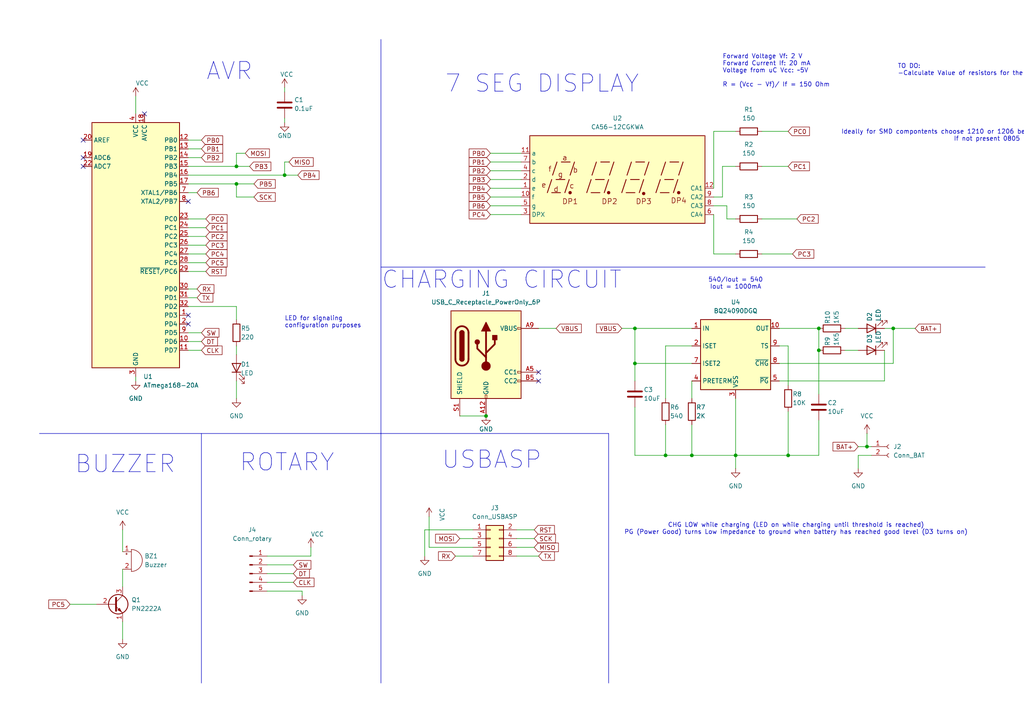
<source format=kicad_sch>
(kicad_sch (version 20231120) (generator "eeschema") (generator_version "8.0")
  (paper "A4")
  (title_block (title "Pizza clock") (date "2025-01-25") (rev "v2") (comment 4 "Author: Lucas Canete"))
  (lib_symbols
    (symbol "Battery_Management:BQ24090DGQ"
      (property "Reference" "U" (at -9.398 13.462 0))
      (property "Value" "BQ24090DGQ" (at -3.81 11.43 0))
      (symbol "BQ24090DGQ_0_1"
        (rectangle (start -10.16 10.16) (end 10.16 -10.16) (stroke (width 0.254)) (fill (type background)))
      )
      (symbol "BQ24090DGQ_1_1"
        (pin power_in line (at -12.7 7.62 0) (length 2.54) (name "IN") (number "1"))
        (pin power_out line (at 12.7 7.62 180) (length 2.54) (name "OUT") (number "10"))
        (pin passive line (at 0 -12.7 90) (length 2.54) hide (name "VSS") (number "11"))
        (pin passive line (at -12.7 2.54 0) (length 2.54) (name "ISET") (number "2"))
        (pin power_in line (at 0 -12.7 90) (length 2.54) (name "VSS") (number "3"))
        (pin passive line (at -12.7 -7.62 0) (length 2.54) (name "PRETERM") (number "4"))
        (pin open_collector line (at 12.7 -7.62 180) (length 2.54) (name "~{PG}") (number "5"))
        (pin no_connect line (at 5.08 -10.16 90) (length 2.54) hide (name "NC") (number "6"))
        (pin passive line (at -12.7 -2.54 0) (length 2.54) (name "ISET2") (number "7"))
        (pin open_collector line (at 12.7 -2.54 180) (length 2.54) (name "~{CHG}") (number "8"))
        (pin passive line (at 12.7 2.54 180) (length 2.54) (name "TS") (number "9"))
      )
    )
    (symbol "Connector:Conn_01x02_Socket" (pin_names (offset 1.016) hide)
      (property "Reference" "J" (at 0 2.54 0))
      (property "Value" "Conn_01x02_Socket" (at 0 -5.08 0))
      (symbol "Conn_01x02_Socket_1_1"
        (arc (start 0 -2.032) (mid -0.5058 -2.54) (end 0 -3.048) (stroke (width 0.1524)))
        (polyline (pts (xy -1.27 -2.54) (xy -0.508 -2.54)) (stroke (width 0.1524)))
        (polyline (pts (xy -1.27 0) (xy -0.508 0)) (stroke (width 0.1524)))
        (arc (start 0 0.508) (mid -0.5058 0) (end 0 -0.508) (stroke (width 0.1524)))
        (pin passive line (at -5.08 0 0) (length 3.81) (name "Pin_1") (number "1"))
        (pin passive line (at -5.08 -2.54 0) (length 3.81) (name "Pin_2") (number "2"))
      )
    )
    (symbol "Connector:Conn_01x05_Pin" (pin_names (offset 1.016) hide)
      (property "Reference" "J" (at 0 7.62 0))
      (property "Value" "Conn_01x05_Pin" (at 0 -7.62 0))
      (symbol "Conn_01x05_Pin_1_1"
        (polyline (pts (xy 1.27 -5.08) (xy 0.8636 -5.08)) (stroke (width 0.1524)))
        (polyline (pts (xy 1.27 -2.54) (xy 0.8636 -2.54)) (stroke (width 0.1524)))
        (polyline (pts (xy 1.27 0) (xy 0.8636 0)) (stroke (width 0.1524)))
        (polyline (pts (xy 1.27 2.54) (xy 0.8636 2.54)) (stroke (width 0.1524)))
        (polyline (pts (xy 1.27 5.08) (xy 0.8636 5.08)) (stroke (width 0.1524)))
        (rectangle (start 0.8636 -4.953) (end 0 -5.207) (stroke (width 0.1524)) (fill (type outline)))
        (rectangle (start 0.8636 -2.413) (end 0 -2.667) (stroke (width 0.1524)) (fill (type outline)))
        (rectangle (start 0.8636 0.127) (end 0 -0.127) (stroke (width 0.1524)) (fill (type outline)))
        (rectangle (start 0.8636 2.667) (end 0 2.413) (stroke (width 0.1524)) (fill (type outline)))
        (rectangle (start 0.8636 5.207) (end 0 4.953) (stroke (width 0.1524)) (fill (type outline)))
        (pin passive line (at 5.08 5.08 180) (length 3.81) (name "Pin_1") (number "1"))
        (pin passive line (at 5.08 2.54 180) (length 3.81) (name "Pin_2") (number "2"))
        (pin passive line (at 5.08 0 180) (length 3.81) (name "Pin_3") (number "3"))
        (pin passive line (at 5.08 -2.54 180) (length 3.81) (name "Pin_4") (number "4"))
        (pin passive line (at 5.08 -5.08 180) (length 3.81) (name "Pin_5") (number "5"))
      )
    )
    (symbol "Connector:USB_C_Receptacle_PowerOnly_6P" (pin_names (offset 1.016))
      (property "Reference" "J" (at 0 16.51 0))
      (property "Value" "USB_C_Receptacle_PowerOnly_6P" (at 0 13.97 0))
      (symbol "USB_C_Receptacle_PowerOnly_6P_0_0"
        (rectangle (start -0.254 -12.7) (end 0.254 -11.684))
        (rectangle (start 10.16 -7.366) (end 9.144 -7.874))
        (rectangle (start 10.16 -4.826) (end 9.144 -5.334))
        (rectangle (start 10.16 7.874) (end 9.144 7.366))
      )
      (symbol "USB_C_Receptacle_PowerOnly_6P_0_1"
        (rectangle (start -10.16 12.7) (end 10.16 -12.7) (stroke (width 0.254)) (fill (type background)))
        (arc (start -8.89 -1.27) (mid -6.985 -3.1667) (end -5.08 -1.27) (stroke (width 0.508)))
        (arc (start -7.62 -1.27) (mid -6.985 -1.9023) (end -6.35 -1.27) (stroke (width 0.254)))
        (arc (start -7.62 -1.27) (mid -6.985 -1.9023) (end -6.35 -1.27) (stroke (width 0.254)) (fill (type outline)))
        (rectangle (start -7.62 -1.27) (end -6.35 6.35) (stroke (width 0.254)) (fill (type outline)))
        (arc (start -6.35 6.35) (mid -6.985 6.9823) (end -7.62 6.35) (stroke (width 0.254)))
        (arc (start -6.35 6.35) (mid -6.985 6.9823) (end -7.62 6.35) (stroke (width 0.254)) (fill (type outline)))
        (arc (start -5.08 6.35) (mid -6.985 8.2467) (end -8.89 6.35) (stroke (width 0.508)))
        (circle (center -2.54 3.683) (radius 0.635) (stroke (width 0.254)) (fill (type outline)))
        (circle (center 0 -3.302) (radius 1.27) (fill (type outline)))
        (polyline (pts (xy -8.89 -1.27) (xy -8.89 6.35)) (stroke (width 0.508)))
        (polyline (pts (xy -5.08 6.35) (xy -5.08 -1.27)) (stroke (width 0.508)))
        (polyline (pts (xy 0 -3.302) (xy 0 6.858)) (stroke (width 0.508)))
        (polyline (pts (xy 0 -0.762) (xy -2.54 1.778) (xy -2.54 3.048)) (stroke (width 0.508)))
        (polyline (pts (xy 0 0.508) (xy 2.54 3.048) (xy 2.54 4.318)) (stroke (width 0.508)))
        (polyline (pts (xy -1.27 6.858) (xy 0 9.398) (xy 1.27 6.858) (xy -1.27 6.858)) (stroke (width 0.254)) (fill (type outline)))
        (rectangle (start 1.905 4.318) (end 3.175 5.588) (stroke (width 0.254)) (fill (type outline)))
      )
      (symbol "USB_C_Receptacle_PowerOnly_6P_1_1"
        (pin passive line (at 0 -17.78 90) (length 5.08) (name "GND") (number "A12"))
        (pin bidirectional line (at 15.24 -5.08 180) (length 5.08) (name "CC1") (number "A5"))
        (pin passive line (at 15.24 7.62 180) (length 5.08) (name "VBUS") (number "A9"))
        (pin passive line (at 0 -17.78 90) (length 5.08) hide (name "GND") (number "B12"))
        (pin bidirectional line (at 15.24 -7.62 180) (length 5.08) (name "CC2") (number "B5"))
        (pin passive line (at 15.24 7.62 180) (length 5.08) hide (name "VBUS") (number "B9"))
        (pin passive line (at -7.62 -17.78 90) (length 5.08) (name "SHIELD") (number "S1"))
      )
    )
    (symbol "Connector_Generic:Conn_02x04_Odd_Even" (pin_names (offset 1.016) hide)
      (property "Reference" "J" (at 1.27 5.08 0))
      (property "Value" "Conn_02x04_Odd_Even" (at 1.27 -7.62 0))
      (symbol "Conn_02x04_Odd_Even_1_1"
        (rectangle (start -1.27 -4.953) (end 0 -5.207) (stroke (width 0.1524)))
        (rectangle (start -1.27 -2.413) (end 0 -2.667) (stroke (width 0.1524)))
        (rectangle (start -1.27 0.127) (end 0 -0.127) (stroke (width 0.1524)))
        (rectangle (start -1.27 2.667) (end 0 2.413) (stroke (width 0.1524)))
        (rectangle (start -1.27 3.81) (end 3.81 -6.35) (stroke (width 0.254)) (fill (type background)))
        (rectangle (start 3.81 -4.953) (end 2.54 -5.207) (stroke (width 0.1524)))
        (rectangle (start 3.81 -2.413) (end 2.54 -2.667) (stroke (width 0.1524)))
        (rectangle (start 3.81 0.127) (end 2.54 -0.127) (stroke (width 0.1524)))
        (rectangle (start 3.81 2.667) (end 2.54 2.413) (stroke (width 0.1524)))
        (pin passive line (at -5.08 2.54 0) (length 3.81) (name "Pin_1") (number "1"))
        (pin passive line (at 7.62 2.54 180) (length 3.81) (name "Pin_2") (number "2"))
        (pin passive line (at -5.08 0 0) (length 3.81) (name "Pin_3") (number "3"))
        (pin passive line (at 7.62 0 180) (length 3.81) (name "Pin_4") (number "4"))
        (pin passive line (at -5.08 -2.54 0) (length 3.81) (name "Pin_5") (number "5"))
        (pin passive line (at 7.62 -2.54 180) (length 3.81) (name "Pin_6") (number "6"))
        (pin passive line (at -5.08 -5.08 0) (length 3.81) (name "Pin_7") (number "7"))
        (pin passive line (at 7.62 -5.08 180) (length 3.81) (name "Pin_8") (number "8"))
      )
    )
    (symbol "Device:Buzzer" (pin_names (offset 0.0254) hide)
      (property "Reference" "BZ" (at 3.81 1.27 0))
      (property "Value" "Buzzer" (at 3.81 -1.27 0))
      (symbol "Buzzer_0_1"
        (arc (start 0 -3.175) (mid 3.1612 0) (end 0 3.175))
        (polyline (pts (xy -1.651 1.905) (xy -1.143 1.905)))
        (polyline (pts (xy -1.397 2.159) (xy -1.397 1.651)))
        (polyline (pts (xy 0 3.175) (xy 0 -3.175)))
      )
      (symbol "Buzzer_1_1"
        (pin passive line (at -2.54 2.54 0) (length 2.54) (name "-") (number "1"))
        (pin passive line (at -2.54 -2.54 0) (length 2.54) (name "+") (number "2"))
      )
    )
    (symbol "Device:C" (pin_numbers hide) (pin_names (offset 0.254))
      (property "Reference" "C" (at 0.635 2.54 0))
      (property "Value" "C" (at 0.635 -2.54 0))
      (symbol "C_0_1"
        (polyline (pts (xy -2.032 -0.762) (xy 2.032 -0.762)) (stroke (width 0.508)))
        (polyline (pts (xy -2.032 0.762) (xy 2.032 0.762)) (stroke (width 0.508)))
      )
      (symbol "C_1_1"
        (pin passive line (at 0 3.81 270) (length 2.794) (name "~") (number "1"))
        (pin passive line (at 0 -3.81 90) (length 2.794) (name "~") (number "2"))
      )
    )
    (symbol "Device:LED" (pin_numbers hide) (pin_names (offset 1.016) hide)
      (property "Reference" "D" (at 0 2.54 0))
      (property "Value" "LED" (at 0 -2.54 0))
      (symbol "LED_0_1"
        (polyline (pts (xy -1.27 -1.27) (xy -1.27 1.27)) (stroke (width 0.254)))
        (polyline (pts (xy -1.27 0) (xy 1.27 0)))
        (polyline (pts (xy 1.27 -1.27) (xy 1.27 1.27) (xy -1.27 0) (xy 1.27 -1.27)) (stroke (width 0.254)))
        (polyline (pts (xy -3.048 -0.762) (xy -4.572 -2.286) (xy -3.81 -2.286) (xy -4.572 -2.286) (xy -4.572 -1.524)))
        (polyline (pts (xy -1.778 -0.762) (xy -3.302 -2.286) (xy -2.54 -2.286) (xy -3.302 -2.286) (xy -3.302 -1.524)))
      )
      (symbol "LED_1_1"
        (pin passive line (at -3.81 0 0) (length 2.54) (name "K") (number "1"))
        (pin passive line (at 3.81 0 180) (length 2.54) (name "A") (number "2"))
      )
    )
    (symbol "Device:R" (pin_numbers hide) (pin_names (offset 0))
      (property "Reference" "R" (at 2.032 0 90))
      (property "Value" "R" (at 0 0 90))
      (symbol "R_0_1"
        (rectangle (start -1.016 -2.54) (end 1.016 2.54) (stroke (width 0.254)))
      )
      (symbol "R_1_1"
        (pin passive line (at 0 3.81 270) (length 1.27) (name "~") (number "1"))
        (pin passive line (at 0 -3.81 90) (length 1.27) (name "~") (number "2"))
      )
    )
    (symbol "Display_Character:CA56-12CGKWA"
      (property "Reference" "U" (at -24.13 13.97 0))
      (property "Value" "CA56-12CGKWA" (at 17.78 13.97 0))
      (symbol "CA56-12CGKWA_0_0"
        (rectangle (start -25.4 12.7) (end 25.4 -12.7) (stroke (width 0.254)) (fill (type background)))
        (polyline (pts (xy -20.32 -3.81) (xy -19.05 0)) (stroke (width 0.254)))
        (polyline (pts (xy -19.05 -3.81) (xy -16.51 -3.81)) (stroke (width 0.254)))
        (polyline (pts (xy -18.796 1.27) (xy -17.526 5.08)) (stroke (width 0.254)))
        (polyline (pts (xy -17.78 0) (xy -15.24 0)) (stroke (width 0.254)))
        (polyline (pts (xy -16.256 5.08) (xy -13.716 5.08)) (stroke (width 0.254)))
        (polyline (pts (xy -15.24 -3.81) (xy -13.97 0)) (stroke (width 0.254)))
        (polyline (pts (xy -13.716 1.27) (xy -12.446 5.08)) (stroke (width 0.254)))
        (polyline (pts (xy -8.89 -3.81) (xy -7.62 0)) (stroke (width 0.254)))
        (polyline (pts (xy -7.62 -3.81) (xy -5.08 -3.81)) (stroke (width 0.254)))
        (polyline (pts (xy -7.366 1.27) (xy -6.096 5.08)) (stroke (width 0.254)))
        (polyline (pts (xy -6.35 0) (xy -3.81 0)) (stroke (width 0.254)))
        (polyline (pts (xy -4.826 5.08) (xy -2.286 5.08)) (stroke (width 0.254)))
        (polyline (pts (xy -3.81 -3.81) (xy -2.54 0)) (stroke (width 0.254)))
        (polyline (pts (xy -2.286 1.27) (xy -1.016 5.08)) (stroke (width 0.254)))
        (polyline (pts (xy 1.27 -3.81) (xy 2.54 0)) (stroke (width 0.254)))
        (polyline (pts (xy 2.54 -3.81) (xy 5.08 -3.81)) (stroke (width 0.254)))
        (polyline (pts (xy 2.794 1.27) (xy 4.064 5.08)) (stroke (width 0.254)))
        (polyline (pts (xy 3.81 0) (xy 6.35 0)) (stroke (width 0.254)))
        (polyline (pts (xy 5.334 5.08) (xy 7.874 5.08)) (stroke (width 0.254)))
        (polyline (pts (xy 6.35 -3.81) (xy 7.62 0)) (stroke (width 0.254)))
        (polyline (pts (xy 7.874 1.27) (xy 9.144 5.08)) (stroke (width 0.254)))
        (polyline (pts (xy 11.176 -3.81) (xy 12.446 0)) (stroke (width 0.254)))
        (polyline (pts (xy 12.446 -3.81) (xy 14.986 -3.81)) (stroke (width 0.254)))
        (polyline (pts (xy 12.7 1.27) (xy 13.97 5.08)) (stroke (width 0.254)))
        (polyline (pts (xy 13.716 0) (xy 16.256 0)) (stroke (width 0.254)))
        (polyline (pts (xy 15.24 5.08) (xy 17.78 5.08)) (stroke (width 0.254)))
        (polyline (pts (xy 16.256 -3.81) (xy 17.526 0)) (stroke (width 0.254)))
        (polyline (pts (xy 17.78 1.27) (xy 19.05 5.08)) (stroke (width 0.254)))
        (text "a" (at -15.24 6.35 0) (effects (font (size 1.524 1.524))))
        (text "b" (at -12.192 2.794 0) (effects (font (size 1.524 1.524))))
        (text "c" (at -13.208 -1.778 0) (effects (font (size 1.524 1.524))))
        (text "d" (at -17.78 -2.794 0) (effects (font (size 1.524 1.524))))
        (text "DP1" (at -13.716 -6.35 0) (effects (font (size 1.524 1.524))))
        (text "DP2" (at -2.286 -6.35 0) (effects (font (size 1.524 1.524))))
        (text "DP3" (at 7.62 -6.35 0) (effects (font (size 1.524 1.524))))
        (text "DP4" (at 17.78 -6.096 0) (effects (font (size 1.524 1.524))))
        (text "e" (at -21.336 -1.524 0) (effects (font (size 1.524 1.524))))
        (text "f" (at -19.558 3.048 0) (effects (font (size 1.524 1.524))))
        (text "g" (at -16.51 1.524 0) (effects (font (size 1.524 1.524))))
      )
      (symbol "CA56-12CGKWA_0_1"
        (circle (center -13.716 -3.81) (radius 0.3556) (stroke (width 0.254)) (fill (type outline)))
        (circle (center -2.54 -3.81) (radius 0.3556) (stroke (width 0.254)) (fill (type outline)))
      )
      (symbol "CA56-12CGKWA_1_0"
        (circle (center 7.62 -4.064) (radius 0.3556) (stroke (width 0.254)) (fill (type outline)))
        (circle (center 17.78 -3.81) (radius 0.3556) (stroke (width 0.254)) (fill (type outline)))
      )
      (symbol "CA56-12CGKWA_1_1"
        (pin input line (at -27.94 -2.54 0) (length 2.54) (name "e") (number "1"))
        (pin input line (at -27.94 -5.08 0) (length 2.54) (name "f") (number "10"))
        (pin input line (at -27.94 7.62 0) (length 2.54) (name "a") (number "11"))
        (pin input line (at 27.94 -2.54 180) (length 2.54) (name "CA1") (number "12"))
        (pin input line (at -27.94 0 0) (length 2.54) (name "d") (number "2"))
        (pin input line (at -27.94 -10.16 0) (length 2.54) (name "DPX") (number "3"))
        (pin input line (at -27.94 2.54 0) (length 2.54) (name "c") (number "4"))
        (pin input line (at -27.94 -7.62 0) (length 2.54) (name "g") (number "5"))
        (pin input line (at 27.94 -10.16 180) (length 2.54) (name "CA4") (number "6"))
        (pin input line (at -27.94 5.08 0) (length 2.54) (name "b") (number "7"))
        (pin input line (at 27.94 -7.62 180) (length 2.54) (name "CA3") (number "8"))
        (pin input line (at 27.94 -5.08 180) (length 2.54) (name "CA2") (number "9"))
      )
    )
    (symbol "GND_1" (power) (pin_numbers hide) (pin_names (offset 0) hide)
      (property "Value" "GND" (at 0 -3.81 0))
      (symbol "GND_1_0_1"
        (polyline (pts (xy 0 0) (xy 0 -1.27) (xy 1.27 -1.27) (xy 0 -2.54) (xy -1.27 -1.27) (xy 0 -1.27)))
      )
      (symbol "GND_1_1_1"
        (pin power_in line (at 0 0 270) (length 0) (name "~") (number "1"))
      )
    )
    (symbol "GND_2" (power) (pin_numbers hide) (pin_names (offset 0) hide)
      (property "Value" "GND" (at 0 -3.81 0))
      (symbol "GND_2_0_1"
        (polyline (pts (xy 0 0) (xy 0 -1.27) (xy 1.27 -1.27) (xy 0 -2.54) (xy -1.27 -1.27) (xy 0 -1.27)))
      )
      (symbol "GND_2_1_1"
        (pin power_in line (at 0 0 270) (length 0) (name "~") (number "1"))
      )
    )
    (symbol "GND_3" (power) (pin_numbers hide) (pin_names (offset 0) hide)
      (property "Value" "GND" (at 0 -3.81 0))
      (symbol "GND_3_0_1"
        (polyline (pts (xy 0 0) (xy 0 -1.27) (xy 1.27 -1.27) (xy 0 -2.54) (xy -1.27 -1.27) (xy 0 -1.27)))
      )
      (symbol "GND_3_1_1"
        (pin power_in line (at 0 0 270) (length 0) (name "~") (number "1"))
      )
    )
    (symbol "MCU_Microchip_ATmega:ATmega168-20A"
      (property "Reference" "U" (at -12.7 36.83 0))
      (property "Value" "ATmega168-20A" (at 2.54 -36.83 0))
      (symbol "ATmega168-20A_0_1"
        (rectangle (start -12.7 -35.56) (end 12.7 35.56) (stroke (width 0.254)) (fill (type background)))
      )
      (symbol "ATmega168-20A_1_1"
        (pin bidirectional line (at 15.24 -20.32 180) (length 2.54) (name "PD3") (number "1"))
        (pin bidirectional line (at 15.24 -27.94 180) (length 2.54) (name "PD6") (number "10"))
        (pin bidirectional line (at 15.24 -30.48 180) (length 2.54) (name "PD7") (number "11"))
        (pin bidirectional line (at 15.24 30.48 180) (length 2.54) (name "PB0") (number "12"))
        (pin bidirectional line (at 15.24 27.94 180) (length 2.54) (name "PB1") (number "13"))
        (pin bidirectional line (at 15.24 25.4 180) (length 2.54) (name "PB2") (number "14"))
        (pin bidirectional line (at 15.24 22.86 180) (length 2.54) (name "PB3") (number "15"))
        (pin bidirectional line (at 15.24 20.32 180) (length 2.54) (name "PB4") (number "16"))
        (pin bidirectional line (at 15.24 17.78 180) (length 2.54) (name "PB5") (number "17"))
        (pin power_in line (at 2.54 38.1 270) (length 2.54) (name "AVCC") (number "18"))
        (pin input line (at -15.24 25.4 0) (length 2.54) (name "ADC6") (number "19"))
        (pin bidirectional line (at 15.24 -22.86 180) (length 2.54) (name "PD4") (number "2"))
        (pin passive line (at -15.24 30.48 0) (length 2.54) (name "AREF") (number "20"))
        (pin passive line (at 0 -38.1 90) (length 2.54) hide (name "GND") (number "21"))
        (pin input line (at -15.24 22.86 0) (length 2.54) (name "ADC7") (number "22"))
        (pin bidirectional line (at 15.24 7.62 180) (length 2.54) (name "PC0") (number "23"))
        (pin bidirectional line (at 15.24 5.08 180) (length 2.54) (name "PC1") (number "24"))
        (pin bidirectional line (at 15.24 2.54 180) (length 2.54) (name "PC2") (number "25"))
        (pin bidirectional line (at 15.24 0 180) (length 2.54) (name "PC3") (number "26"))
        (pin bidirectional line (at 15.24 -2.54 180) (length 2.54) (name "PC4") (number "27"))
        (pin bidirectional line (at 15.24 -5.08 180) (length 2.54) (name "PC5") (number "28"))
        (pin bidirectional line (at 15.24 -7.62 180) (length 2.54) (name "~{RESET}/PC6") (number "29"))
        (pin power_in line (at 0 -38.1 90) (length 2.54) (name "GND") (number "3"))
        (pin bidirectional line (at 15.24 -12.7 180) (length 2.54) (name "PD0") (number "30"))
        (pin bidirectional line (at 15.24 -15.24 180) (length 2.54) (name "PD1") (number "31"))
        (pin bidirectional line (at 15.24 -17.78 180) (length 2.54) (name "PD2") (number "32"))
        (pin power_in line (at 0 38.1 270) (length 2.54) (name "VCC") (number "4"))
        (pin passive line (at 0 -38.1 90) (length 2.54) hide (name "GND") (number "5"))
        (pin passive line (at 0 38.1 270) (length 2.54) hide (name "VCC") (number "6"))
        (pin bidirectional line (at 15.24 15.24 180) (length 2.54) (name "XTAL1/PB6") (number "7"))
        (pin bidirectional line (at 15.24 12.7 180) (length 2.54) (name "XTAL2/PB7") (number "8"))
        (pin bidirectional line (at 15.24 -25.4 180) (length 2.54) (name "PD5") (number "9"))
      )
    )
    (symbol "Transistor_BJT:PN2222A" (pin_names (offset 0) hide)
      (property "Reference" "Q" (at 5.08 1.905 0))
      (property "Value" "PN2222A" (at 5.08 0 0))
      (symbol "PN2222A_0_1"
        (polyline (pts (xy 0 0) (xy 0.635 0)))
        (polyline (pts (xy 2.54 -2.54) (xy 0.635 -0.635)))
        (polyline (pts (xy 2.54 2.54) (xy 0.635 0.635)))
        (polyline (pts (xy 0.635 1.905) (xy 0.635 -1.905) (xy 0.635 -1.905)) (stroke (width 0.508)))
        (polyline (pts (xy 2.413 -2.413) (xy 1.905 -1.905) (xy 1.905 -1.905)))
        (polyline (pts (xy 1.143 -1.651) (xy 1.651 -1.143) (xy 2.159 -2.159) (xy 1.143 -1.651) (xy 1.143 -1.651)) (fill (type outline)))
        (circle (center 1.27 0) (radius 2.8194) (stroke (width 0.254)))
      )
      (symbol "PN2222A_1_1"
        (pin passive line (at 2.54 -5.08 90) (length 2.54) (name "E") (number "1"))
        (pin input line (at -5.08 0 0) (length 5.08) (name "B") (number "2"))
        (pin passive line (at 2.54 5.08 270) (length 2.54) (name "C") (number "3"))
      )
    )
    (symbol "VCC_1" (power) (pin_numbers hide) (pin_names (offset 0) hide)
      (property "Value" "VCC" (at 0 3.556 0))
      (symbol "VCC_1_0_1"
        (polyline (pts (xy -0.762 1.27) (xy 0 2.54)))
        (polyline (pts (xy 0 0) (xy 0 2.54)))
        (polyline (pts (xy 0 2.54) (xy 0.762 1.27)))
      )
      (symbol "VCC_1_1_1"
        (pin power_in line (at 0 0 90) (length 0) (name "~") (number "1"))
      )
    )
    (symbol "power:GND" (power) (pin_names (offset 0))
      (property "Value" "GND" (at 0 -3.81 0))
      (symbol "GND_0_1"
        (polyline (pts (xy 0 0) (xy 0 -1.27) (xy 1.27 -1.27) (xy 0 -2.54) (xy -1.27 -1.27) (xy 0 -1.27)))
      )
      (symbol "GND_1_1"
        (pin power_in line (at 0 0 270) (length 0) hide (name "GND") (number "1"))
      )
    )
    (symbol "power:VCC" (power) (pin_names (offset 0))
      (property "Value" "VCC" (at 0 3.81 0))
      (symbol "VCC_0_1"
        (polyline (pts (xy -0.762 1.27) (xy 0 2.54)))
        (polyline (pts (xy 0 0) (xy 0 2.54)))
        (polyline (pts (xy 0 2.54) (xy 0.762 1.27)))
      )
      (symbol "VCC_1_1"
        (pin power_in line (at 0 0 90) (length 0) hide (name "VCC") (number "1"))
      )
    )
  )
  (junction (at 184.15 105.41))
  (junction (at 213.36 132.08))
  (junction (at 82.55 50.8))
  (junction (at 193.04 132.08))
  (junction (at 237.49 95.25))
  (junction (at 251.46 129.54))
  (junction (at 237.49 101.6))
  (junction (at 259.08 95.25))
  (junction (at 140.97 120.65))
  (junction (at 184.15 95.25))
  (junction (at 200.66 132.08))
  (junction (at 68.58 48.26))
  (junction (at 228.6 132.08))
  (junction (at 68.58 53.34))
  (no_connect (at 41.91 33.02))
  (no_connect (at 24.13 48.26))
  (no_connect (at 54.61 93.98))
  (no_connect (at 54.61 58.42))
  (no_connect (at 54.61 91.44))
  (no_connect (at 156.21 110.49))
  (no_connect (at 24.13 40.64))
  (no_connect (at 24.13 45.72))
  (no_connect (at 156.21 107.95))
  (wire (pts (xy 35.56 153.67) (xy 35.56 160.02)))
  (wire (pts (xy 226.06 95.25) (xy 237.49 95.25)))
  (wire (pts (xy 82.55 50.8) (xy 86.36 50.8)))
  (polyline (pts (xy 176.53 125.73) (xy 176.53 198.12)))
  (wire (pts (xy 90.17 161.29) (xy 90.17 158.75)))
  (wire (pts (xy 184.15 105.41) (xy 200.66 105.41)))
  (wire (pts (xy 209.55 57.15) (xy 209.55 48.26)))
  (wire (pts (xy 200.66 100.33) (xy 193.04 100.33)))
  (wire (pts (xy 256.54 101.6) (xy 256.54 110.49)))
  (wire (pts (xy 142.24 49.53) (xy 151.13 49.53)))
  (wire (pts (xy 39.37 27.94) (xy 39.37 33.02)))
  (wire (pts (xy 193.04 100.33) (xy 193.04 115.57)))
  (wire (pts (xy 210.82 59.69) (xy 210.82 63.5)))
  (wire (pts (xy 82.55 46.99) (xy 82.55 50.8)))
  (polyline (pts (xy 110.49 125.73) (xy 110.49 198.12)))
  (wire (pts (xy 54.61 83.82) (xy 57.15 83.82)))
  (wire (pts (xy 133.35 156.21) (xy 137.16 156.21)))
  (wire (pts (xy 226.06 100.33) (xy 228.6 100.33)))
  (wire (pts (xy 237.49 132.08) (xy 228.6 132.08)))
  (wire (pts (xy 137.16 158.75) (xy 124.46 158.75)))
  (wire (pts (xy 210.82 63.5) (xy 213.36 63.5)))
  (wire (pts (xy 68.58 100.33) (xy 68.58 102.87)))
  (wire (pts (xy 259.08 105.41) (xy 226.06 105.41)))
  (wire (pts (xy 193.04 132.08) (xy 200.66 132.08)))
  (wire (pts (xy 54.61 96.52) (xy 58.42 96.52)))
  (wire (pts (xy 149.86 158.75) (xy 154.94 158.75)))
  (wire (pts (xy 237.49 121.92) (xy 237.49 132.08)))
  (wire (pts (xy 213.36 132.08) (xy 213.36 135.89)))
  (wire (pts (xy 237.49 95.25) (xy 237.49 101.6)))
  (wire (pts (xy 207.01 59.69) (xy 210.82 59.69)))
  (wire (pts (xy 220.98 63.5) (xy 231.14 63.5)))
  (wire (pts (xy 54.61 99.06) (xy 58.42 99.06)))
  (wire (pts (xy 77.47 161.29) (xy 90.17 161.29)))
  (wire (pts (xy 184.15 95.25) (xy 184.15 105.41)))
  (wire (pts (xy 200.66 110.49) (xy 200.66 115.57)))
  (wire (pts (xy 142.24 62.23) (xy 151.13 62.23)))
  (wire (pts (xy 207.01 57.15) (xy 209.55 57.15)))
  (wire (pts (xy 77.47 168.91) (xy 85.09 168.91)))
  (wire (pts (xy 200.66 95.25) (xy 184.15 95.25)))
  (wire (pts (xy 207.01 62.23) (xy 207.01 73.66)))
  (wire (pts (xy 77.47 171.45) (xy 87.63 171.45)))
  (wire (pts (xy 54.61 43.18) (xy 58.42 43.18)))
  (wire (pts (xy 132.08 161.29) (xy 137.16 161.29)))
  (wire (pts (xy 68.58 53.34) (xy 73.66 53.34)))
  (wire (pts (xy 54.61 63.5) (xy 59.69 63.5)))
  (wire (pts (xy 54.61 76.2) (xy 59.69 76.2)))
  (wire (pts (xy 142.24 44.45) (xy 151.13 44.45)))
  (wire (pts (xy 54.61 88.9) (xy 68.58 88.9)))
  (wire (pts (xy 149.86 156.21) (xy 154.94 156.21)))
  (wire (pts (xy 35.56 165.1) (xy 35.56 170.18)))
  (polyline (pts (xy 110.49 125.73) (xy 176.53 125.73)))
  (wire (pts (xy 54.61 53.34) (xy 68.58 53.34)))
  (wire (pts (xy 156.21 95.25) (xy 161.29 95.25)))
  (wire (pts (xy 180.34 95.25) (xy 184.15 95.25)))
  (wire (pts (xy 207.01 73.66) (xy 213.36 73.66)))
  (wire (pts (xy 82.55 25.4) (xy 82.55 26.67)))
  (wire (pts (xy 207.01 54.61) (xy 207.01 38.1)))
  (wire (pts (xy 54.61 66.04) (xy 59.69 66.04)))
  (wire (pts (xy 184.15 132.08) (xy 193.04 132.08)))
  (wire (pts (xy 68.58 44.45) (xy 68.58 48.26)))
  (wire (pts (xy 54.61 73.66) (xy 59.69 73.66)))
  (wire (pts (xy 133.35 120.65) (xy 140.97 120.65)))
  (wire (pts (xy 149.86 153.67) (xy 154.94 153.67)))
  (wire (pts (xy 226.06 110.49) (xy 256.54 110.49)))
  (wire (pts (xy 193.04 123.19) (xy 193.04 132.08)))
  (wire (pts (xy 54.61 101.6) (xy 58.42 101.6)))
  (wire (pts (xy 184.15 105.41) (xy 184.15 110.49)))
  (wire (pts (xy 184.15 118.11) (xy 184.15 132.08)))
  (wire (pts (xy 228.6 119.38) (xy 228.6 132.08)))
  (wire (pts (xy 228.6 100.33) (xy 228.6 111.76)))
  (wire (pts (xy 245.11 95.25) (xy 248.92 95.25)))
  (wire (pts (xy 248.92 129.54) (xy 251.46 129.54)))
  (wire (pts (xy 245.11 101.6) (xy 248.92 101.6)))
  (wire (pts (xy 251.46 125.73) (xy 251.46 129.54)))
  (wire (pts (xy 54.61 48.26) (xy 68.58 48.26)))
  (wire (pts (xy 54.61 50.8) (xy 82.55 50.8)))
  (wire (pts (xy 200.66 123.19) (xy 200.66 132.08)))
  (wire (pts (xy 237.49 101.6) (xy 237.49 114.3)))
  (wire (pts (xy 123.19 161.29) (xy 123.19 153.67)))
  (wire (pts (xy 142.24 54.61) (xy 151.13 54.61)))
  (wire (pts (xy 220.98 48.26) (xy 228.6 48.26)))
  (wire (pts (xy 259.08 95.25) (xy 256.54 95.25)))
  (wire (pts (xy 124.46 158.75) (xy 124.46 149.86)))
  (wire (pts (xy 54.61 71.12) (xy 59.69 71.12)))
  (wire (pts (xy 207.01 38.1) (xy 213.36 38.1)))
  (wire (pts (xy 251.46 129.54) (xy 252.73 129.54)))
  (wire (pts (xy 142.24 52.07) (xy 151.13 52.07)))
  (wire (pts (xy 200.66 132.08) (xy 213.36 132.08)))
  (wire (pts (xy 82.55 34.29) (xy 82.55 35.56)))
  (wire (pts (xy 209.55 48.26) (xy 213.36 48.26)))
  (wire (pts (xy 54.61 40.64) (xy 58.42 40.64)))
  (wire (pts (xy 73.66 57.15) (xy 68.58 57.15)))
  (wire (pts (xy 71.12 44.45) (xy 68.58 44.45)))
  (wire (pts (xy 54.61 55.88) (xy 57.15 55.88)))
  (wire (pts (xy 68.58 48.26) (xy 72.39 48.26)))
  (wire (pts (xy 54.61 45.72) (xy 58.42 45.72)))
  (wire (pts (xy 54.61 78.74) (xy 59.69 78.74)))
  (wire (pts (xy 68.58 88.9) (xy 68.58 92.71)))
  (wire (pts (xy 220.98 73.66) (xy 229.87 73.66)))
  (wire (pts (xy 149.86 161.29) (xy 156.21 161.29)))
  (wire (pts (xy 68.58 57.15) (xy 68.58 53.34)))
  (wire (pts (xy 39.37 109.22) (xy 39.37 110.49)))
  (wire (pts (xy 259.08 95.25) (xy 265.43 95.25)))
  (wire (pts (xy 20.32 175.26) (xy 27.94 175.26)))
  (wire (pts (xy 54.61 86.36) (xy 57.15 86.36)))
  (wire (pts (xy 87.63 171.45) (xy 87.63 172.72)))
  (polyline (pts (xy 11.43 125.73) (xy 110.49 125.73)))
  (polyline (pts (xy 58.42 125.73) (xy 58.42 198.12)))
  (wire (pts (xy 252.73 132.08) (xy 248.92 132.08)))
  (wire (pts (xy 142.24 57.15) (xy 151.13 57.15)))
  (polyline (pts (xy 110.49 11.43) (xy 110.49 125.73)))
  (wire (pts (xy 77.47 163.83) (xy 85.09 163.83)))
  (wire (pts (xy 77.47 166.37) (xy 85.09 166.37)))
  (wire (pts (xy 259.08 95.25) (xy 259.08 105.41)))
  (wire (pts (xy 142.24 59.69) (xy 151.13 59.69)))
  (wire (pts (xy 123.19 153.67) (xy 137.16 153.67)))
  (wire (pts (xy 83.82 46.99) (xy 82.55 46.99)))
  (wire (pts (xy 220.98 38.1) (xy 228.6 38.1)))
  (wire (pts (xy 213.36 115.57) (xy 213.36 132.08)))
  (wire (pts (xy 142.24 46.99) (xy 151.13 46.99)))
  (wire (pts (xy 35.56 180.34) (xy 35.56 185.42)))
  (polyline (pts (xy 110.49 77.47) (xy 285.75 77.47)))
  (wire (pts (xy 54.61 68.58) (xy 59.69 68.58)))
  (wire (pts (xy 68.58 110.49) (xy 68.58 115.57)))
  (wire (pts (xy 228.6 132.08) (xy 213.36 132.08)))
  (wire (pts (xy 248.92 132.08) (xy 248.92 135.89)))
  (text "7 SEG DISPLAY" (at 157.226 24.384 0) (effects (font (size 5 5))))
  (text "Ideally for SMD compontents choose 1210 or 1206 because they are the biggest one.\nIf not present 0805" (at 286.258 39.37 0) (effects (font (size 1.27 1.27))))
  (text "CHG LOW while charging (LED on while charging until threshold is reached)\nPG (Power Good) turns Low impedance to ground when battery has reached good level (D3 turns on)" (at 230.886 153.416 0) (effects (font (size 1.27 1.27))))
  (text "USBASP" (at 128.016 136.398 0) (effects (font (size 5 5)) (justify left bottom)))
  (text "CAMBIAR FOOTPRINT DE ATMEGA168\n" (at 26.924 -6.096 0) (effects (font (size 5 5))))
  (text "AVR\n\n" (at 59.69 31.75 0) (effects (font (size 5 5)) (justify left bottom)))
  (text "BUZZER" (at 21.59 137.668 0) (effects (font (size 5 5)) (justify left bottom)))
  (text "TO DO:\n-Calculate Value of resistors for the display (done)\n\n" (at 260.35 24.13 0) (effects (font (size 1.27 1.27)) (justify left bottom)))
  (text "540/Iout = 540\nIout = 1000mA\n\n" (at 213.36 83.312 0) (effects (font (size 1.27 1.27))))
  (text "Forward Voltage Vf: 2 V\nForward Current If: 20 mA\nVoltage from uC Vcc: ~5V\n\nR = (Vcc - Vf)/ If = 150 Ohm" (at 209.55 25.4 0) (effects (font (size 1.27 1.27)) (justify left bottom)))
  (text "CHARGING CIRCUIT\n" (at 145.542 81.28 0) (effects (font (size 5 5))))
  (text "LED for signaling \nconfiguration purposes\n" (at 82.55 95.25 0) (effects (font (size 1.27 1.27)) (justify left bottom)))
  (text "ROTARY" (at 69.342 137.16 0) (effects (font (size 5 5)) (justify left bottom)))
  (global_label "PB3" (shape input) (at 142.24 52.07 180) (property "Intersheetrefs" "${INTERSHEET_REFS}" (effects (hide yes))))
  (global_label "PB3" (shape input) (at 72.39 48.26 0) (property "Intersheetrefs" "${INTERSHEET_REFS}" (effects (hide yes))))
  (global_label "PC3" (shape input) (at 229.87 73.66 0) (property "Intersheetrefs" "${INTERSHEET_REFS}" (effects (hide yes))))
  (global_label "CLK" (shape input) (at 58.42 101.6 0) (property "Intersheetrefs" "${INTERSHEET_REFS}" (effects (hide yes))))
  (global_label "CLK" (shape input) (at 85.09 168.91 0) (property "Intersheetrefs" "${INTERSHEET_REFS}" (effects (hide yes))))
  (global_label "PB5" (shape input) (at 142.24 57.15 180) (property "Intersheetrefs" "${INTERSHEET_REFS}" (effects (hide yes))))
  (global_label "PB1" (shape input) (at 142.24 46.99 180) (property "Intersheetrefs" "${INTERSHEET_REFS}" (effects (hide yes))))
  (global_label "SCK" (shape input) (at 73.66 57.15 0) (property "Intersheetrefs" "${INTERSHEET_REFS}" (effects (hide yes))))
  (global_label "RST" (shape input) (at 59.69 78.74 0) (property "Intersheetrefs" "${INTERSHEET_REFS}" (effects (hide yes))))
  (global_label "DT" (shape input) (at 85.09 166.37 0) (property "Intersheetrefs" "${INTERSHEET_REFS}" (effects (hide yes))))
  (global_label "PB2" (shape input) (at 142.24 49.53 180) (property "Intersheetrefs" "${INTERSHEET_REFS}" (effects (hide yes))))
  (global_label "TX" (shape input) (at 156.21 161.29 0) (property "Intersheetrefs" "${INTERSHEET_REFS}" (effects (hide yes))))
  (global_label "PC3" (shape input) (at 59.69 71.12 0) (property "Intersheetrefs" "${INTERSHEET_REFS}" (effects (hide yes))))
  (global_label "PC5" (shape input) (at 59.69 76.2 0) (property "Intersheetrefs" "${INTERSHEET_REFS}" (effects (hide yes))))
  (global_label "PB2" (shape input) (at 58.42 45.72 0) (property "Intersheetrefs" "${INTERSHEET_REFS}" (effects (hide yes))))
  (global_label "RX" (shape input) (at 132.08 161.29 180) (property "Intersheetrefs" "${INTERSHEET_REFS}" (effects (hide yes))))
  (global_label "PB5" (shape input) (at 73.66 53.34 0) (property "Intersheetrefs" "${INTERSHEET_REFS}" (effects (hide yes))))
  (global_label "SW" (shape input) (at 58.42 96.52 0) (property "Intersheetrefs" "${INTERSHEET_REFS}" (effects (hide yes))))
  (global_label "PC1" (shape input) (at 228.6 48.26 0) (property "Intersheetrefs" "${INTERSHEET_REFS}" (effects (hide yes))))
  (global_label "PC2" (shape input) (at 59.69 68.58 0) (property "Intersheetrefs" "${INTERSHEET_REFS}" (effects (hide yes))))
  (global_label "VBUS" (shape input) (at 180.34 95.25 180) (property "Intersheetrefs" "${INTERSHEET_REFS}" (effects (hide yes))))
  (global_label "PB0" (shape input) (at 142.24 44.45 180) (property "Intersheetrefs" "${INTERSHEET_REFS}" (effects (hide yes))))
  (global_label "DT" (shape input) (at 58.42 99.06 0) (property "Intersheetrefs" "${INTERSHEET_REFS}" (effects (hide yes))))
  (global_label "MOSI" (shape input) (at 71.12 44.45 0) (property "Intersheetrefs" "${INTERSHEET_REFS}" (effects (hide yes))))
  (global_label "RST" (shape input) (at 154.94 153.67 0) (property "Intersheetrefs" "${INTERSHEET_REFS}" (effects (hide yes))))
  (global_label "PC4" (shape input) (at 142.24 62.23 180) (property "Intersheetrefs" "${INTERSHEET_REFS}" (effects (hide yes))))
  (global_label "PC1" (shape input) (at 59.69 66.04 0) (property "Intersheetrefs" "${INTERSHEET_REFS}" (effects (hide yes))))
  (global_label "VBUS" (shape input) (at 161.29 95.25 0) (property "Intersheetrefs" "${INTERSHEET_REFS}" (effects (hide yes))))
  (global_label "RX" (shape input) (at 57.15 83.82 0) (property "Intersheetrefs" "${INTERSHEET_REFS}" (effects (hide yes))))
  (global_label "PB4" (shape input) (at 86.36 50.8 0) (property "Intersheetrefs" "${INTERSHEET_REFS}" (effects (hide yes))))
  (global_label "PB6" (shape input) (at 57.15 55.88 0) (property "Intersheetrefs" "${INTERSHEET_REFS}" (effects (hide yes))))
  (global_label "PC5" (shape input) (at 20.32 175.26 180) (property "Intersheetrefs" "${INTERSHEET_REFS}" (effects (hide yes))))
  (global_label "BAT+" (shape input) (at 248.92 129.54 180) (property "Intersheetrefs" "${INTERSHEET_REFS}" (effects (hide yes))))
  (global_label "SW" (shape input) (at 85.09 163.83 0) (property "Intersheetrefs" "${INTERSHEET_REFS}" (effects (hide yes))))
  (global_label "PC0" (shape input) (at 228.6 38.1 0) (property "Intersheetrefs" "${INTERSHEET_REFS}" (effects (hide yes))))
  (global_label "BAT+" (shape input) (at 265.43 95.25 0) (property "Intersheetrefs" "${INTERSHEET_REFS}" (effects (hide yes))))
  (global_label "PC4" (shape input) (at 59.69 73.66 0) (property "Intersheetrefs" "${INTERSHEET_REFS}" (effects (hide yes))))
  (global_label "MISO" (shape input) (at 154.94 158.75 0) (property "Intersheetrefs" "${INTERSHEET_REFS}" (effects (hide yes))))
  (global_label "PB6" (shape input) (at 142.24 59.69 180) (property "Intersheetrefs" "${INTERSHEET_REFS}" (effects (hide yes))))
  (global_label "SCK" (shape input) (at 154.94 156.21 0) (property "Intersheetrefs" "${INTERSHEET_REFS}" (effects (hide yes))))
  (global_label "MISO" (shape input) (at 83.82 46.99 0) (property "Intersheetrefs" "${INTERSHEET_REFS}" (effects (hide yes))))
  (global_label "PB0" (shape input) (at 58.42 40.64 0) (property "Intersheetrefs" "${INTERSHEET_REFS}" (effects (hide yes))))
  (global_label "TX" (shape input) (at 57.15 86.36 0) (property "Intersheetrefs" "${INTERSHEET_REFS}" (effects (hide yes))))
  (global_label "MOSI" (shape input) (at 133.35 156.21 180) (property "Intersheetrefs" "${INTERSHEET_REFS}" (effects (hide yes))))
  (global_label "PB4" (shape input) (at 142.24 54.61 180) (property "Intersheetrefs" "${INTERSHEET_REFS}" (effects (hide yes))))
  (global_label "PC0" (shape input) (at 59.69 63.5 0) (property "Intersheetrefs" "${INTERSHEET_REFS}" (effects (hide yes))))
  (global_label "PB1" (shape input) (at 58.42 43.18 0) (property "Intersheetrefs" "${INTERSHEET_REFS}" (effects (hide yes))))
  (global_label "PC2" (shape input) (at 231.14 63.5 0) (property "Intersheetrefs" "${INTERSHEET_REFS}" (effects (hide yes))))
  (symbol (lib_id "Connector:Conn_01x02_Socket") (at 257.81 129.54 0) (unit 1)
    (property "Reference" "J2" (at 259.08 129.5399 0) (effects (justify left)))
    (property "Value" "Conn_BAT" (at 259.08 132.0799 0) (effects (justify left)))
    (property "Footprint" "Connector_JST:JST_GH_SM02B-GHS-TB_1x02-1MP_P1.25mm_Horizontal" (effects (hide yes)))
    (property "Description" "Generic connector, single row, 01x02, script generated" (effects (hide yes)))
  )
  (symbol (lib_id "Device:R") (at 68.58 96.52 180) (unit 1)
    (property "Reference" "R5" (at 69.85 95.25 0) (effects (justify right)))
    (property "Value" "220" (at 69.85 97.79 0) (effects (justify right)))
    (property "Footprint" "Resistor_SMD:R_1206_3216Metric_Pad1.30x1.75mm_HandSolder" (effects (hide yes)))
  )
  (symbol (lib_id "Device:LED") (at 252.73 101.6 180) (unit 1)
    (property "Reference" "D3" (at 252.222 99.568 90) (effects (justify right)))
    (property "Value" "LED" (at 254.762 99.568 90) (effects (justify right)))
    (property "Footprint" "LED_SMD:LED_0805_2012Metric" (effects (hide yes)))
    (property "Description" "Light emitting diode" (effects (hide yes)))
  )
  (symbol (lib_id "Device:LED") (at 252.73 95.25 180) (unit 1)
    (property "Reference" "D2" (at 252.222 93.218 90) (effects (justify right)))
    (property "Value" "LED" (at 254.762 93.218 90) (effects (justify right)))
    (property "Footprint" "LED_SMD:LED_0805_2012Metric" (effects (hide yes)))
    (property "Description" "Light emitting diode" (effects (hide yes)))
  )
  (symbol (lib_id "Device:R") (at 193.04 119.38 0) (unit 1)
    (property "Reference" "R6" (at 194.31 118.11 0) (effects (justify left)))
    (property "Value" "540" (at 194.31 120.65 0) (effects (justify left)))
    (property "Footprint" "Resistor_SMD:R_1206_3216Metric_Pad1.30x1.75mm_HandSolder" (effects (hide yes)))
    (property "Description" "Resistor" (effects (hide yes)))
  )
  (symbol (lib_id "power:GND") (at 35.56 185.42 0) (unit 1)
    (property "Reference" "#PWR0104" (effects (hide yes)))
    (property "Value" "GND" (at 35.56 190.5 0))
  )
  (symbol (lib_id "Device:R") (at 217.17 38.1 90) (unit 1)
    (property "Reference" "R1" (at 217.17 31.75 90))
    (property "Value" "150" (at 217.17 34.29 90))
    (property "Footprint" "Resistor_SMD:R_1206_3216Metric_Pad1.30x1.75mm_HandSolder" (effects (hide yes)))
  )
  (symbol (lib_id "Device:C") (at 184.15 114.3 0) (unit 1)
    (property "Reference" "C3" (at 186.69 113.03 0) (effects (justify left)))
    (property "Value" "10uF" (at 186.69 115.57 0) (effects (justify left)))
    (property "Footprint" "Capacitor_SMD:C_1206_3216Metric_Pad1.33x1.80mm_HandSolder" (effects (hide yes)))
    (property "Description" "Unpolarized capacitor" (effects (hide yes)))
  )
  (symbol (lib_name "VCC_1") (lib_id "power:VCC") (at 251.46 125.73 0) (unit 1)
    (property "Reference" "#PWR08" (effects (hide yes)))
    (property "Value" "VCC" (at 251.46 120.65 0))
    (property "Description" "Power symbol creates a global label with name \"VCC\"" (effects (hide yes)))
  )
  (symbol (lib_id "power:VCC") (at 82.55 25.4 0) (unit 1)
    (property "Reference" "#PWR05" (effects (hide yes)))
    (property "Value" "VCC" (at 85.09 21.59 0) (effects (justify right)))
  )
  (symbol (lib_name "GND_3") (lib_id "power:GND") (at 248.92 135.89 0) (unit 1)
    (property "Reference" "#PWR07" (effects (hide yes)))
    (property "Value" "GND" (at 248.92 140.97 0))
    (property "Description" "Power symbol creates a global label with name \"GND\" , ground" (effects (hide yes)))
  )
  (symbol (lib_id "Device:R") (at 241.3 101.6 90) (unit 1)
    (property "Reference" "R9" (at 240.03 100.33 0) (effects (justify left)))
    (property "Value" "1K5" (at 242.57 100.33 0) (effects (justify left)))
    (property "Footprint" "Resistor_SMD:R_1206_3216Metric_Pad1.30x1.75mm_HandSolder" (effects (hide yes)))
    (property "Description" "Resistor" (effects (hide yes)))
  )
  (symbol (lib_name "GND_1") (lib_id "power:GND") (at 140.97 120.65 0) (unit 1)
    (property "Reference" "#PWR03" (effects (hide yes)))
    (property "Value" "GND" (at 140.97 124.46 0))
    (property "Description" "Power symbol creates a global label with name \"GND\" , ground" (effects (hide yes)))
  )
  (symbol (lib_id "Device:R") (at 228.6 115.57 0) (unit 1)
    (property "Reference" "R8" (at 229.87 114.3 0) (effects (justify left)))
    (property "Value" "10K" (at 229.87 116.84 0) (effects (justify left)))
    (property "Footprint" "Resistor_SMD:R_1206_3216Metric_Pad1.30x1.75mm_HandSolder" (effects (hide yes)))
    (property "Description" "Resistor" (effects (hide yes)))
  )
  (symbol (lib_name "GND_2") (lib_id "power:GND") (at 213.36 135.89 0) (unit 1)
    (property "Reference" "#PWR04" (effects (hide yes)))
    (property "Value" "GND" (at 213.36 140.97 0))
    (property "Description" "Power symbol creates a global label with name \"GND\" , ground" (effects (hide yes)))
  )
  (symbol (lib_id "Display_Character:CA56-12CGKWA") (at 179.07 52.07 0) (unit 1)
    (property "Reference" "U2" (at 179.07 34.29 0))
    (property "Value" "CA56-12CGKWA" (at 179.07 36.83 0))
    (property "Footprint" "Display_7Segment:CA56-12CGKWA" (effects (hide yes)))
    (property "Datasheet" "http://www.kingbright.com/attachments/file/psearch/000/00/00/CA56-12CGKWA(Ver.9A).pdf" (effects (hide yes)))
  )
  (symbol (lib_id "MCU_Microchip_ATmega:ATmega168-20A") (at 39.37 71.12 0) (unit 1)
    (property "Reference" "U1" (at 41.5641 109.22 0) (effects (justify left)))
    (property "Value" "ATmega168-20A" (at 41.5641 111.76 0) (effects (justify left)))
    (property "Footprint" "Package_QFP:TQFP-32_7x7mm_P0.8mm" (effects (hide yes)))
    (property "Datasheet" "http://ww1.microchip.com/downloads/en/DeviceDoc/Atmel-2545-8-bit-AVR-Microcontroller-ATmega48-88-168_Datasheet.pdf" (effects (hide yes)))
    (property "Description" "20MHz, 16kB Flash, 1kB SRAM, 512B EEPROM, TQFP-32" (effects (hide yes)))
  )
  (symbol (lib_id "Connector:USB_C_Receptacle_PowerOnly_6P") (at 140.97 102.87 0) (unit 1)
    (property "Reference" "J1" (at 140.97 85.09 0))
    (property "Value" "USB_C_Receptacle_PowerOnly_6P" (at 140.97 87.63 0))
    (property "Footprint" "Connector_USB:USB_C_Receptacle_GCT_USB4135-GF-A_6P_TopMnt_Horizontal" (effects (hide yes)))
    (property "Datasheet" "https://www.usb.org/sites/default/files/documents/usb_type-c.zip" (effects (hide yes)))
    (property "Description" "USB Power-Only 6P Type-C Receptacle connector" (effects (hide yes)))
  )
  (symbol (lib_id "Device:C") (at 82.55 30.48 0) (unit 1)
    (property "Reference" "C1" (at 85.344 28.956 0) (effects (justify left)))
    (property "Value" "0.1uF" (at 85.344 31.496 0) (effects (justify left)))
    (property "Footprint" "Capacitor_SMD:C_1206_3216Metric_Pad1.33x1.80mm_HandSolder" (effects (hide yes)))
    (property "Description" "Unpolarized capacitor" (effects (hide yes)))
  )
  (symbol (lib_id "power:VCC") (at 35.56 153.67 0) (unit 1)
    (property "Reference" "#PWR0103" (effects (hide yes)))
    (property "Value" "VCC" (at 35.56 148.59 0))
  )
  (symbol (lib_id "power:GND") (at 82.55 35.56 0) (unit 1)
    (property "Reference" "#PWR06" (effects (hide yes)))
    (property "Value" "GND" (at 82.55 39.37 0))
  )
  (symbol (lib_id "power:VCC") (at 39.37 27.94 0) (unit 1)
    (property "Reference" "#PWR011" (effects (hide yes)))
    (property "Value" "VCC" (at 43.18 24.13 0) (effects (justify right)))
  )
  (symbol (lib_id "Device:R") (at 217.17 73.66 90) (unit 1)
    (property "Reference" "R4" (at 217.17 67.31 90))
    (property "Value" "150" (at 217.17 69.85 90))
    (property "Footprint" "Resistor_SMD:R_1206_3216Metric_Pad1.30x1.75mm_HandSolder" (effects (hide yes)))
  )
  (symbol (lib_id "Device:R") (at 241.3 95.25 90) (unit 1)
    (property "Reference" "R10" (at 240.03 93.98 0) (effects (justify left)))
    (property "Value" "1K5" (at 242.57 93.98 0) (effects (justify left)))
    (property "Footprint" "Resistor_SMD:R_1206_3216Metric_Pad1.30x1.75mm_HandSolder" (effects (hide yes)))
    (property "Description" "Resistor" (effects (hide yes)))
  )
  (symbol (lib_id "Connector:Conn_01x05_Pin") (at 72.39 166.37 0) (unit 1)
    (property "Reference" "J4" (at 73.152 153.67 0))
    (property "Value" "Conn_rotary" (at 73.152 156.21 0))
    (property "Footprint" "Connector_PinHeader_2.54mm:PinHeader_1x05_P2.54mm_Vertical" (effects (hide yes)))
    (property "Description" "Generic connector, single row, 01x05, script generated" (effects (hide yes)))
  )
  (symbol (lib_id "Device:Buzzer") (at 38.1 162.56 0) (unit 1)
    (property "Reference" "BZ1" (at 41.91 161.2899 0) (effects (justify left)))
    (property "Value" "Buzzer" (at 41.91 163.8299 0) (effects (justify left)))
    (property "Footprint" "Buzzer_Beeper:Buzzer_12x9.5RM7.6" (effects (hide yes)))
  )
  (symbol (lib_id "power:GND") (at 123.19 161.29 0) (unit 1)
    (property "Reference" "#PWR01" (effects (hide yes)))
    (property "Value" "GND" (at 123.19 166.37 0))
  )
  (symbol (lib_id "Device:R") (at 217.17 48.26 90) (unit 1)
    (property "Reference" "R2" (at 217.17 41.91 90))
    (property "Value" "150" (at 217.17 44.45 90))
    (property "Footprint" "Resistor_SMD:R_1206_3216Metric_Pad1.30x1.75mm_HandSolder" (effects (hide yes)))
  )
  (symbol (lib_id "Connector_Generic:Conn_02x04_Odd_Even") (at 142.24 156.21 0) (unit 1)
    (property "Reference" "J3" (at 143.51 147.32 0))
    (property "Value" "Conn_USBASP" (at 143.51 149.86 0))
    (property "Footprint" "Connector_PinSocket_2.54mm:PinSocket_2x04_P2.54mm_Vertical" (effects (hide yes)))
    (property "Description" "Generic connector, double row, 02x04, odd/even pin numbering scheme (row 1 odd numbers, row 2 even numbers), script generated (kicad-library-utils/schlib/autogen/connector/)" (effects (hide yes)))
  )
  (symbol (lib_id "Transistor_BJT:PN2222A") (at 33.02 175.26 0) (unit 1)
    (property "Reference" "Q1" (at 38.1 173.9899 0) (effects (justify left)))
    (property "Value" "PN2222A" (at 38.1 176.5299 0) (effects (justify left)))
    (property "Footprint" "Package_TO_SOT_THT:TO-92_Inline" (effects (hide yes)))
    (property "Datasheet" "https://www.onsemi.com/pub/Collateral/PN2222-D.PDF" (effects (hide yes)))
  )
  (symbol (lib_id "Device:LED") (at 68.58 106.68 90) (unit 1)
    (property "Reference" "D1" (at 69.85 105.664 90) (effects (justify right)))
    (property "Value" "LED" (at 69.85 108.204 90) (effects (justify right)))
    (property "Footprint" "LED_SMD:LED_0805_2012Metric" (effects (hide yes)))
  )
  (symbol (lib_id "Device:R") (at 200.66 119.38 0) (unit 1)
    (property "Reference" "R7" (at 201.93 118.11 0) (effects (justify left)))
    (property "Value" "2K" (at 201.93 120.65 0) (effects (justify left)))
    (property "Footprint" "Resistor_SMD:R_1206_3216Metric_Pad1.30x1.75mm_HandSolder" (effects (hide yes)))
    (property "Description" "Resistor" (effects (hide yes)))
  )
  (symbol (lib_id "Device:R") (at 217.17 63.5 90) (unit 1)
    (property "Reference" "R3" (at 217.17 57.15 90))
    (property "Value" "150" (at 217.17 59.69 90))
    (property "Footprint" "Resistor_SMD:R_1206_3216Metric_Pad1.30x1.75mm_HandSolder" (effects (hide yes)))
  )
  (symbol (lib_id "Device:C") (at 237.49 118.11 0) (unit 1)
    (property "Reference" "C2" (at 240.03 116.84 0) (effects (justify left)))
    (property "Value" "10uF" (at 240.03 119.38 0) (effects (justify left)))
    (property "Footprint" "Capacitor_SMD:C_1206_3216Metric_Pad1.33x1.80mm_HandSolder" (effects (hide yes)))
    (property "Description" "Unpolarized capacitor" (effects (hide yes)))
  )
  (symbol (lib_id "Battery_Management:BQ24090DGQ") (at 213.36 102.87 0) (unit 1)
    (property "Reference" "U4" (at 213.36 87.63 0))
    (property "Value" "BQ24090DGQ" (at 213.36 90.17 0))
    (property "Footprint" "Package_SO:HVSSOP-10-1EP_3x3mm_P0.5mm_EP1.57x1.88mm_ThermalVias" (effects (hide yes)))
    (property "Datasheet" "http://www.ti.com/lit/ds/symlink/bq24090.pdf" (effects (hide yes)))
    (property "Description" "1A, Single-Input, SingleCell Li-Ion and Li-Pol BatteryCharger, HVSSOP-10" (effects (hide yes)))
  )
  (symbol (lib_id "power:GND") (at 68.58 115.57 0) (unit 1)
    (property "Reference" "#PWR013" (effects (hide yes)))
    (property "Value" "GND" (at 68.58 120.65 0))
  )
  (symbol (lib_id "power:VCC") (at 90.17 158.75 0) (unit 1)
    (property "Reference" "#PWR09" (effects (hide yes)))
    (property "Value" "VCC" (at 93.98 154.94 0) (effects (justify right)))
  )
  (symbol (lib_id "power:GND") (at 87.63 172.72 0) (unit 1)
    (property "Reference" "#PWR010" (effects (hide yes)))
    (property "Value" "GND" (at 87.63 177.8 0))
  )
  (symbol (lib_id "power:VCC") (at 124.46 149.86 0) (unit 1)
    (property "Reference" "#PWR02" (effects (hide yes)))
    (property "Value" "VCC" (at 128.27 147.32 90) (effects (justify right)))
  )
  (symbol (lib_id "power:GND") (at 39.37 110.49 0) (unit 1)
    (property "Reference" "#PWR012" (effects (hide yes)))
    (property "Value" "GND" (at 39.37 115.57 0))
  )
)
</source>
